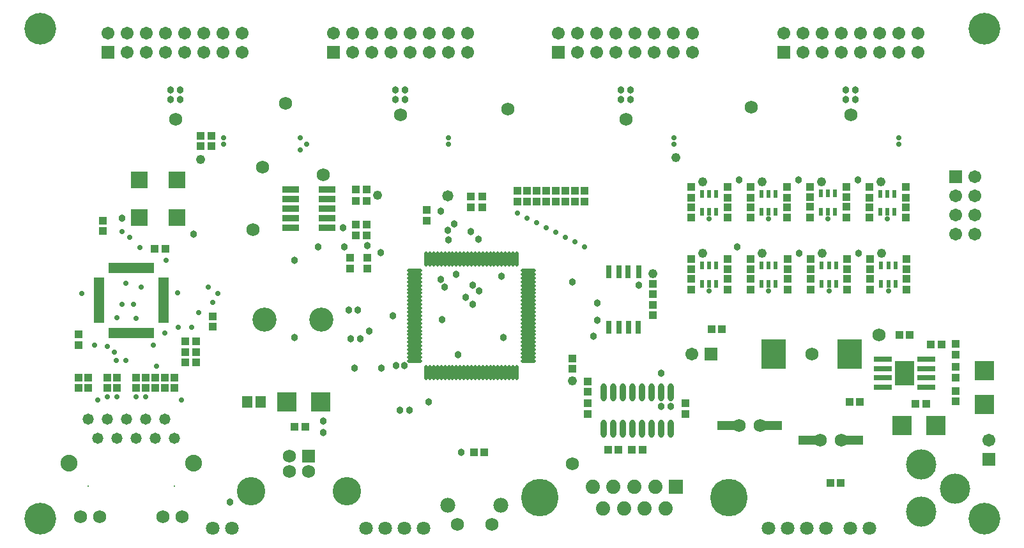
<source format=gts>
%FSAX43Y43*%
%MOMM*%
G71*
G01*
G75*
G04 Layer_Color=8388736*
%ADD10R,0.800X0.900*%
%ADD11R,0.900X0.800*%
%ADD12R,0.300X1.200*%
%ADD13R,1.200X0.300*%
%ADD14O,0.300X1.800*%
%ADD15O,1.800X0.300*%
%ADD16R,0.508X1.500*%
%ADD17R,2.200X2.200*%
%ADD18R,2.300X2.300*%
%ADD19R,1.200X1.400*%
%ADD20R,3.048X3.683*%
%ADD21R,2.540X1.016*%
%ADD22O,0.600X2.200*%
%ADD23R,2.032X0.635*%
%ADD24R,0.350X0.800*%
%ADD25R,2.300X2.300*%
%ADD26R,2.200X0.450*%
%ADD27R,2.400X3.100*%
%ADD28C,0.254*%
%ADD29C,0.381*%
%ADD30C,0.635*%
%ADD31C,0.508*%
%ADD32C,0.330*%
%ADD33C,0.762*%
%ADD34R,9.779X2.159*%
%ADD35R,3.048X6.858*%
%ADD36R,0.762X0.635*%
%ADD37R,1.778X2.794*%
%ADD38R,1.397X1.778*%
%ADD39R,1.016X2.286*%
%ADD40R,1.778X2.819*%
%ADD41R,32.258X2.032*%
%ADD42R,0.889X2.286*%
%ADD43R,2.540X8.636*%
%ADD44R,7.620X4.191*%
%ADD45R,3.048X10.414*%
%ADD46R,6.350X3.048*%
%ADD47R,2.286X7.112*%
%ADD48R,3.302X3.048*%
%ADD49R,7.366X1.016*%
%ADD50R,3.429X4.445*%
%ADD51R,4.191X2.032*%
%ADD52R,2.159X11.049*%
%ADD53R,3.556X3.556*%
%ADD54R,2.286X2.286*%
%ADD55R,2.413X2.286*%
%ADD56R,1.270X1.270*%
%ADD57R,2.159X2.159*%
%ADD58C,0.508*%
%ADD59C,0.762*%
%ADD60C,4.000*%
%ADD61R,1.500X1.500*%
%ADD62C,1.500*%
%ADD63C,1.524*%
%ADD64C,1.778*%
%ADD65C,1.270*%
%ADD66C,2.032*%
%ADD67R,1.524X1.524*%
%ADD68C,3.556*%
%ADD69C,1.600*%
%ADD70C,1.690*%
%ADD71R,1.690X1.690*%
%ADD72C,4.760*%
%ADD73C,3.810*%
%ADD74C,3.000*%
%ADD75R,1.500X1.500*%
%ADD76C,1.016*%
%ADD77R,1.600X0.400*%
%ADD78R,2.794X2.540*%
%ADD79R,1.000X1.800*%
%ADD80R,1.000X1.300*%
%ADD81R,9.525X2.159*%
%ADD82R,3.683X3.937*%
%ADD83R,2.286X2.540*%
%ADD84R,2.286X2.159*%
%ADD85C,0.250*%
%ADD86C,0.127*%
%ADD87C,0.200*%
%ADD88C,0.600*%
%ADD89C,0.100*%
%ADD90C,0.150*%
%ADD91R,1.003X1.103*%
%ADD92R,1.103X1.003*%
%ADD93R,0.503X1.403*%
%ADD94R,1.403X0.503*%
%ADD95O,0.503X2.003*%
%ADD96O,2.003X0.503*%
%ADD97R,0.711X1.703*%
%ADD98R,2.503X2.503*%
%ADD99R,1.403X1.603*%
%ADD100R,3.251X3.886*%
%ADD101R,2.743X1.219*%
%ADD102O,0.803X2.403*%
%ADD103R,2.235X0.838*%
%ADD104R,0.553X1.003*%
%ADD105R,2.503X2.503*%
%ADD106R,2.403X0.653*%
%ADD107R,2.603X3.303*%
%ADD108C,0.711*%
%ADD109C,0.965*%
%ADD110C,4.203*%
%ADD111R,1.703X1.703*%
%ADD112C,1.703*%
%ADD113C,1.727*%
%ADD114C,1.981*%
%ADD115C,1.473*%
%ADD116C,2.235*%
%ADD117C,0.203*%
%ADD118R,1.727X1.727*%
%ADD119C,3.759*%
%ADD120C,1.803*%
%ADD121C,1.893*%
%ADD122R,1.893X1.893*%
%ADD123C,4.963*%
%ADD124C,4.013*%
%ADD125C,3.203*%
%ADD126R,1.703X1.703*%
%ADD127C,1.219*%
G36*
X0052114Y0085173D02*
X0049914D01*
Y0087373D01*
X0052114D01*
Y0085173D01*
D02*
G37*
G36*
X0047114D02*
X0044914D01*
Y0087373D01*
X0047114D01*
Y0085173D01*
D02*
G37*
G36*
X0052114Y0090173D02*
X0049914D01*
Y0092373D01*
X0052114D01*
Y0090173D01*
D02*
G37*
G36*
X0047114D02*
X0044914D01*
Y0092373D01*
X0047114D01*
Y0090173D01*
D02*
G37*
D91*
X0053532Y0067056D02*
D03*
X0052132D02*
D03*
X0052132Y0068453D02*
D03*
X0053532D02*
D03*
X0052132Y0069850D02*
D03*
X0053532D02*
D03*
X0068010Y0058547D02*
D03*
X0066610D02*
D03*
X0148906Y0061595D02*
D03*
X0150306D02*
D03*
X0152338Y0069469D02*
D03*
X0150938D02*
D03*
X0146747Y0070739D02*
D03*
X0148147D02*
D03*
X0137603Y0051054D02*
D03*
X0139003D02*
D03*
X0140143Y0061849D02*
D03*
X0141543D02*
D03*
X0123255Y0071501D02*
D03*
X0121855D02*
D03*
X0108139Y0055499D02*
D03*
X0109539D02*
D03*
X0111314D02*
D03*
X0112714D02*
D03*
X0090359Y0055118D02*
D03*
X0091759D02*
D03*
X0076138Y0090043D02*
D03*
X0074738D02*
D03*
X0076138Y0088519D02*
D03*
X0074738D02*
D03*
X0076138Y0083947D02*
D03*
X0074738D02*
D03*
X0076138Y0085344D02*
D03*
X0074738D02*
D03*
X0048068Y0082169D02*
D03*
X0049468D02*
D03*
X0055564Y0097155D02*
D03*
X0054164D02*
D03*
X0055564Y0095758D02*
D03*
X0054164D02*
D03*
D92*
X0037973Y0069404D02*
D03*
Y0070804D02*
D03*
X0043053Y0065089D02*
D03*
Y0063689D02*
D03*
X0041783Y0065089D02*
D03*
Y0063689D02*
D03*
X0039243Y0063689D02*
D03*
Y0065089D02*
D03*
X0037973Y0063689D02*
D03*
Y0065089D02*
D03*
X0046863Y0065089D02*
D03*
Y0063689D02*
D03*
X0045593Y0065089D02*
D03*
Y0063689D02*
D03*
X0048133Y0065089D02*
D03*
Y0063689D02*
D03*
X0041148Y0085917D02*
D03*
Y0084517D02*
D03*
X0114046Y0074741D02*
D03*
Y0073341D02*
D03*
Y0077535D02*
D03*
Y0076135D02*
D03*
X0154178Y0063311D02*
D03*
Y0061911D02*
D03*
Y0066486D02*
D03*
Y0065086D02*
D03*
Y0069534D02*
D03*
Y0068134D02*
D03*
X0105410Y0061660D02*
D03*
Y0060260D02*
D03*
X0118364Y0060260D02*
D03*
Y0061660D02*
D03*
X0105410Y0064581D02*
D03*
Y0063181D02*
D03*
X0103378Y0067629D02*
D03*
Y0066229D02*
D03*
X0084074Y0087314D02*
D03*
Y0085914D02*
D03*
X0076200Y0080964D02*
D03*
Y0079564D02*
D03*
X0089916Y0087692D02*
D03*
Y0089092D02*
D03*
X0091440Y0087692D02*
D03*
Y0089092D02*
D03*
X0073914Y0079564D02*
D03*
Y0080964D02*
D03*
X0050673Y0063689D02*
D03*
Y0065089D02*
D03*
X0049403Y0065089D02*
D03*
Y0063689D02*
D03*
X0055753Y0073217D02*
D03*
Y0071817D02*
D03*
X0142748Y0086295D02*
D03*
Y0087695D02*
D03*
X0147574Y0086295D02*
D03*
Y0087695D02*
D03*
X0142748Y0088962D02*
D03*
Y0090362D02*
D03*
X0147574Y0088962D02*
D03*
Y0090362D02*
D03*
X0119126Y0076770D02*
D03*
Y0078170D02*
D03*
Y0079437D02*
D03*
Y0080837D02*
D03*
X0123952Y0079437D02*
D03*
Y0080837D02*
D03*
Y0076770D02*
D03*
Y0078170D02*
D03*
X0134874Y0086320D02*
D03*
Y0087720D02*
D03*
X0139700Y0086320D02*
D03*
Y0087720D02*
D03*
X0134874Y0088987D02*
D03*
Y0090387D02*
D03*
X0139700Y0088987D02*
D03*
Y0090387D02*
D03*
X0127000Y0076770D02*
D03*
Y0078170D02*
D03*
X0131953Y0076770D02*
D03*
Y0078170D02*
D03*
X0127000Y0079437D02*
D03*
Y0080837D02*
D03*
X0131953Y0079437D02*
D03*
Y0080837D02*
D03*
X0131826Y0086295D02*
D03*
Y0087695D02*
D03*
X0127000Y0088962D02*
D03*
Y0090362D02*
D03*
X0131826Y0088962D02*
D03*
Y0090362D02*
D03*
X0127000Y0086295D02*
D03*
Y0087695D02*
D03*
X0119126Y0086295D02*
D03*
Y0087695D02*
D03*
X0123952Y0088962D02*
D03*
Y0090362D02*
D03*
X0119126Y0088962D02*
D03*
Y0090362D02*
D03*
X0123952Y0086295D02*
D03*
Y0087695D02*
D03*
X0135001Y0076770D02*
D03*
Y0078170D02*
D03*
X0139827Y0076770D02*
D03*
Y0078170D02*
D03*
X0135001Y0079437D02*
D03*
Y0080837D02*
D03*
X0139827Y0079437D02*
D03*
Y0080837D02*
D03*
X0142875Y0079437D02*
D03*
Y0080837D02*
D03*
Y0076770D02*
D03*
Y0078170D02*
D03*
X0147701Y0076770D02*
D03*
Y0078170D02*
D03*
Y0079437D02*
D03*
Y0080837D02*
D03*
X0097409Y0088454D02*
D03*
Y0089854D02*
D03*
X0096139Y0088454D02*
D03*
Y0089854D02*
D03*
X0098679Y0088454D02*
D03*
Y0089854D02*
D03*
X0099949Y0088454D02*
D03*
Y0089854D02*
D03*
X0105029Y0088454D02*
D03*
Y0089854D02*
D03*
X0102489Y0088454D02*
D03*
Y0089854D02*
D03*
X0101219Y0088454D02*
D03*
Y0089854D02*
D03*
X0103759Y0088454D02*
D03*
Y0089854D02*
D03*
D93*
X0042208Y0079611D02*
D03*
X0042708D02*
D03*
X0043208D02*
D03*
X0043708D02*
D03*
X0044208Y0079611D02*
D03*
X0044708D02*
D03*
X0045208D02*
D03*
X0045708D02*
D03*
X0046208D02*
D03*
X0046708D02*
D03*
X0047208D02*
D03*
X0047708D02*
D03*
X0047708Y0071011D02*
D03*
X0047208D02*
D03*
X0046708D02*
D03*
X0046208D02*
D03*
X0045708Y0071011D02*
D03*
X0045208D02*
D03*
X0044708D02*
D03*
X0044208D02*
D03*
X0043708D02*
D03*
X0043208D02*
D03*
X0042708D02*
D03*
X0042208D02*
D03*
D94*
X0049258Y0078061D02*
D03*
Y0077561D02*
D03*
Y0077061D02*
D03*
Y0076561D02*
D03*
Y0076061D02*
D03*
Y0075561D02*
D03*
Y0075061D02*
D03*
Y0074561D02*
D03*
Y0074061D02*
D03*
Y0073561D02*
D03*
Y0073061D02*
D03*
Y0072561D02*
D03*
X0040658D02*
D03*
Y0073061D02*
D03*
Y0073561D02*
D03*
Y0074061D02*
D03*
Y0074561D02*
D03*
Y0075061D02*
D03*
Y0075561D02*
D03*
Y0076061D02*
D03*
Y0076561D02*
D03*
Y0077061D02*
D03*
Y0077561D02*
D03*
Y0078061D02*
D03*
D95*
X0084043Y0080829D02*
D03*
X0084543D02*
D03*
X0085043D02*
D03*
X0085543D02*
D03*
X0086043D02*
D03*
X0086543D02*
D03*
X0087043D02*
D03*
X0087543D02*
D03*
X0088043D02*
D03*
X0088543D02*
D03*
X0089043D02*
D03*
X0089543D02*
D03*
X0090043D02*
D03*
X0090543D02*
D03*
X0091043D02*
D03*
X0091543D02*
D03*
X0092043D02*
D03*
X0092543D02*
D03*
X0093043D02*
D03*
X0093543D02*
D03*
X0094043D02*
D03*
X0094543D02*
D03*
X0095043D02*
D03*
X0095543D02*
D03*
X0096043D02*
D03*
Y0065729D02*
D03*
X0095543D02*
D03*
X0095043D02*
D03*
X0094543D02*
D03*
X0094043D02*
D03*
X0093543D02*
D03*
X0093043D02*
D03*
X0092543D02*
D03*
X0092043D02*
D03*
X0091543D02*
D03*
X0091043D02*
D03*
X0090543D02*
D03*
X0090043D02*
D03*
X0089543D02*
D03*
X0089043D02*
D03*
X0088543D02*
D03*
X0088043D02*
D03*
X0087543D02*
D03*
X0087043D02*
D03*
X0086543D02*
D03*
X0086043D02*
D03*
X0085543D02*
D03*
X0085043D02*
D03*
X0084543D02*
D03*
X0084043D02*
D03*
D96*
X0097593Y0079279D02*
D03*
Y0078779D02*
D03*
Y0078279D02*
D03*
Y0077779D02*
D03*
Y0077279D02*
D03*
Y0076779D02*
D03*
Y0076279D02*
D03*
Y0075779D02*
D03*
Y0075279D02*
D03*
Y0074779D02*
D03*
Y0074279D02*
D03*
Y0073779D02*
D03*
Y0073279D02*
D03*
Y0072779D02*
D03*
Y0072279D02*
D03*
Y0071779D02*
D03*
Y0071279D02*
D03*
Y0070779D02*
D03*
Y0070279D02*
D03*
Y0069779D02*
D03*
Y0069279D02*
D03*
Y0068779D02*
D03*
Y0068279D02*
D03*
Y0067779D02*
D03*
Y0067279D02*
D03*
X0082493D02*
D03*
Y0067779D02*
D03*
Y0068279D02*
D03*
Y0068779D02*
D03*
Y0069279D02*
D03*
Y0069779D02*
D03*
Y0070279D02*
D03*
Y0070779D02*
D03*
Y0071279D02*
D03*
Y0071779D02*
D03*
Y0072279D02*
D03*
Y0072779D02*
D03*
Y0073279D02*
D03*
Y0073779D02*
D03*
Y0074279D02*
D03*
Y0074779D02*
D03*
Y0075279D02*
D03*
Y0075779D02*
D03*
Y0076279D02*
D03*
Y0076779D02*
D03*
Y0077279D02*
D03*
Y0077779D02*
D03*
Y0078279D02*
D03*
Y0078779D02*
D03*
Y0079279D02*
D03*
D97*
X0108261Y0079088D02*
D03*
X0109561D02*
D03*
X0110811D02*
D03*
X0112211D02*
D03*
X0112161Y0071738D02*
D03*
X0110861D02*
D03*
X0109561D02*
D03*
X0108261D02*
D03*
D98*
X0065568Y0061849D02*
D03*
X0070068D02*
D03*
X0151602Y0058674D02*
D03*
X0147102D02*
D03*
D99*
X0060314Y0061849D02*
D03*
X0062114D02*
D03*
D100*
X0130111Y0068199D02*
D03*
X0140145D02*
D03*
D101*
X0123952Y0058674D02*
D03*
X0129794D02*
D03*
X0134747Y0056769D02*
D03*
X0140589D02*
D03*
D102*
X0107569Y0058306D02*
D03*
X0108839D02*
D03*
X0110109D02*
D03*
X0111379D02*
D03*
X0112649D02*
D03*
X0113919D02*
D03*
X0115189D02*
D03*
X0116459D02*
D03*
X0107569Y0063106D02*
D03*
X0108839D02*
D03*
X0110109D02*
D03*
X0111379D02*
D03*
X0112649D02*
D03*
X0113919D02*
D03*
X0115189D02*
D03*
X0116459D02*
D03*
D103*
X0066040Y0090043D02*
D03*
Y0088773D02*
D03*
Y0087503D02*
D03*
Y0086233D02*
D03*
Y0084963D02*
D03*
X0070866D02*
D03*
Y0086233D02*
D03*
Y0087503D02*
D03*
Y0088773D02*
D03*
Y0090043D02*
D03*
D104*
X0146101Y0087046D02*
D03*
X0145161Y0089459D02*
D03*
X0146101D02*
D03*
X0145161Y0087046D02*
D03*
X0144221Y0089459D02*
D03*
Y0087046D02*
D03*
X0122479Y0077521D02*
D03*
X0121539Y0079934D02*
D03*
X0122479D02*
D03*
X0121539Y0077521D02*
D03*
X0120599Y0079934D02*
D03*
Y0077521D02*
D03*
X0138227Y0087071D02*
D03*
X0137287Y0089484D02*
D03*
X0138227D02*
D03*
X0137287Y0087071D02*
D03*
X0136347Y0089484D02*
D03*
Y0087071D02*
D03*
X0130353Y0077521D02*
D03*
X0129413Y0079934D02*
D03*
X0130353D02*
D03*
X0129413Y0077521D02*
D03*
X0128473Y0079934D02*
D03*
Y0077521D02*
D03*
X0130353Y0087046D02*
D03*
X0129413Y0089459D02*
D03*
X0130353D02*
D03*
X0129413Y0087046D02*
D03*
X0128473Y0089459D02*
D03*
Y0087046D02*
D03*
X0122479D02*
D03*
X0121539Y0089459D02*
D03*
X0122479D02*
D03*
X0121539Y0087046D02*
D03*
X0120599Y0089459D02*
D03*
Y0087046D02*
D03*
X0138354Y0077521D02*
D03*
X0137414Y0079934D02*
D03*
X0138354D02*
D03*
X0137414Y0077521D02*
D03*
X0136474Y0079934D02*
D03*
Y0077521D02*
D03*
X0146228D02*
D03*
X0145288Y0079934D02*
D03*
X0146228D02*
D03*
X0145288Y0077521D02*
D03*
X0144348Y0079934D02*
D03*
Y0077521D02*
D03*
D105*
X0157988Y0061504D02*
D03*
Y0066004D02*
D03*
D106*
X0150322Y0063784D02*
D03*
Y0066284D02*
D03*
Y0067534D02*
D03*
Y0065034D02*
D03*
X0144572D02*
D03*
Y0067534D02*
D03*
Y0066284D02*
D03*
Y0063784D02*
D03*
D107*
X0147447Y0065659D02*
D03*
D108*
X0040513Y0062103D02*
D03*
X0051562D02*
D03*
X0041783Y0062484D02*
D03*
X0043053D02*
D03*
X0045593D02*
D03*
X0046863D02*
D03*
X0044196Y0067310D02*
D03*
X0042926D02*
D03*
X0042674Y0068453D02*
D03*
X0041783Y0069215D02*
D03*
X0040070Y0069404D02*
D03*
X0047879Y0069342D02*
D03*
X0051181Y0071755D02*
D03*
X0052959D02*
D03*
X0049403Y0070993D02*
D03*
X0043053Y0073025D02*
D03*
X0043688Y0074803D02*
D03*
X0045593Y0072898D02*
D03*
X0048260Y0066548D02*
D03*
X0053848Y0073660D02*
D03*
X0055753Y0075058D02*
D03*
X0051054Y0076327D02*
D03*
X0049530Y0080645D02*
D03*
X0045212Y0074803D02*
D03*
X0044232Y0077561D02*
D03*
X0038354Y0076200D02*
D03*
X0046228Y0077089D02*
D03*
X0043688Y0084455D02*
D03*
X0044704Y0083693D02*
D03*
X0046101Y0082296D02*
D03*
X0056388Y0076200D02*
D03*
X0055118Y0077089D02*
D03*
X0057150Y0096012D02*
D03*
Y0096901D02*
D03*
X0086995D02*
D03*
Y0096012D02*
D03*
X0068199D02*
D03*
X0067310Y0095250D02*
D03*
Y0096901D02*
D03*
X0121539Y0086106D02*
D03*
Y0076581D02*
D03*
X0129413D02*
D03*
Y0086106D02*
D03*
X0137287Y0086131D02*
D03*
X0137414Y0076581D02*
D03*
X0145288D02*
D03*
X0145161Y0086106D02*
D03*
X0096139Y0086868D02*
D03*
X0097409Y0086233D02*
D03*
X0098679Y0085598D02*
D03*
X0099949Y0084963D02*
D03*
X0101219Y0084328D02*
D03*
X0102489Y0083693D02*
D03*
X0103759Y0083058D02*
D03*
X0105029Y0082423D02*
D03*
X0116840Y0096012D02*
D03*
Y0096901D02*
D03*
X0146685Y0096012D02*
D03*
Y0096901D02*
D03*
D109*
X0106680Y0072644D02*
D03*
X0112211Y0077343D02*
D03*
X0106242Y0070542D02*
D03*
X0106680Y0074930D02*
D03*
X0070358Y0059309D02*
D03*
Y0057785D02*
D03*
X0140945Y0101981D02*
D03*
X0139675D02*
D03*
X0140945Y0103251D02*
D03*
X0139675D02*
D03*
X0111100Y0101981D02*
D03*
X0109830D02*
D03*
X0111100Y0103251D02*
D03*
X0109830D02*
D03*
X0081255Y0101981D02*
D03*
X0079985D02*
D03*
X0081255Y0103251D02*
D03*
X0079985D02*
D03*
X0051410Y0101981D02*
D03*
X0050140D02*
D03*
X0051410Y0103251D02*
D03*
X0050140D02*
D03*
X0115189Y0061214D02*
D03*
X0116459D02*
D03*
X0080518Y0060706D02*
D03*
X0081788D02*
D03*
X0088726Y0055118D02*
D03*
X0058039Y0048514D02*
D03*
X0043688Y0086233D02*
D03*
X0053213Y0084074D02*
D03*
X0066548Y0070358D02*
D03*
X0076454Y0071248D02*
D03*
X0075311Y0070231D02*
D03*
X0074041D02*
D03*
X0079629Y0073302D02*
D03*
X0081153Y0066675D02*
D03*
X0080010Y0066675D02*
D03*
X0073787Y0074041D02*
D03*
X0074930D02*
D03*
X0073152Y0082423D02*
D03*
X0073025Y0084963D02*
D03*
X0076200Y0082550D02*
D03*
X0077978Y0081661D02*
D03*
X0085979Y0087122D02*
D03*
X0089916Y0084455D02*
D03*
X0086995Y0083312D02*
D03*
X0086868Y0084582D02*
D03*
X0087757Y0085471D02*
D03*
X0090932Y0083439D02*
D03*
X0091059Y0076581D02*
D03*
X0090170Y0077343D02*
D03*
X0086487Y0077089D02*
D03*
X0085979Y0078105D02*
D03*
X0088011Y0078740D02*
D03*
X0093980Y0078486D02*
D03*
X0086106Y0072771D02*
D03*
X0094234Y0070358D02*
D03*
X0089281Y0075692D02*
D03*
X0090170Y0074803D02*
D03*
X0115189Y0065674D02*
D03*
X0103378Y0077724D02*
D03*
X0066548Y0080645D02*
D03*
X0069723Y0082423D02*
D03*
X0074549Y0066294D02*
D03*
X0078105D02*
D03*
X0084328Y0061849D02*
D03*
X0125222Y0082423D02*
D03*
X0125476Y0091313D02*
D03*
X0133350D02*
D03*
X0141224D02*
D03*
X0133477Y0081534D02*
D03*
X0141351D02*
D03*
X0088265Y0068072D02*
D03*
D110*
X0032893Y0046355D02*
D03*
Y0111379D02*
D03*
X0157988D02*
D03*
Y0046355D02*
D03*
D111*
X0041885Y0108204D02*
D03*
X0101575D02*
D03*
X0131420D02*
D03*
X0071730D02*
D03*
X0121793Y0068199D02*
D03*
D112*
X0041885Y0110744D02*
D03*
X0044425Y0108204D02*
D03*
Y0110744D02*
D03*
X0046965Y0108204D02*
D03*
Y0110744D02*
D03*
X0049505Y0108204D02*
D03*
Y0110744D02*
D03*
X0052045Y0108204D02*
D03*
Y0110744D02*
D03*
X0054585Y0108204D02*
D03*
Y0110744D02*
D03*
X0057125Y0108204D02*
D03*
Y0110744D02*
D03*
X0059665Y0108204D02*
D03*
Y0110744D02*
D03*
X0101575D02*
D03*
X0104115Y0108204D02*
D03*
Y0110744D02*
D03*
X0106655Y0108204D02*
D03*
Y0110744D02*
D03*
X0109195Y0108204D02*
D03*
Y0110744D02*
D03*
X0111735Y0108204D02*
D03*
Y0110744D02*
D03*
X0114275Y0108204D02*
D03*
Y0110744D02*
D03*
X0116815Y0108204D02*
D03*
Y0110744D02*
D03*
X0119355Y0108204D02*
D03*
Y0110744D02*
D03*
X0131420D02*
D03*
X0133960Y0108204D02*
D03*
Y0110744D02*
D03*
X0136500Y0108204D02*
D03*
Y0110744D02*
D03*
X0139040Y0108204D02*
D03*
Y0110744D02*
D03*
X0141580Y0108204D02*
D03*
Y0110744D02*
D03*
X0144120Y0108204D02*
D03*
Y0110744D02*
D03*
X0146660Y0108204D02*
D03*
Y0110744D02*
D03*
X0149200Y0108204D02*
D03*
Y0110744D02*
D03*
X0071730D02*
D03*
X0074270Y0108204D02*
D03*
Y0110744D02*
D03*
X0076810Y0108204D02*
D03*
Y0110744D02*
D03*
X0079350Y0108204D02*
D03*
Y0110744D02*
D03*
X0081890Y0108204D02*
D03*
Y0110744D02*
D03*
X0084430Y0108204D02*
D03*
Y0110744D02*
D03*
X0086970Y0108204D02*
D03*
Y0110744D02*
D03*
X0089510Y0108204D02*
D03*
Y0110744D02*
D03*
X0156718Y0091719D02*
D03*
X0154178Y0089179D02*
D03*
X0156718D02*
D03*
X0154178Y0086639D02*
D03*
X0156718D02*
D03*
X0154178Y0084099D02*
D03*
X0156718D02*
D03*
X0158623Y0056769D02*
D03*
X0119253Y0068199D02*
D03*
D113*
X0088201Y0045593D02*
D03*
X0092773D02*
D03*
X0049149Y0046609D02*
D03*
X0051689D02*
D03*
X0040767D02*
D03*
X0038227D02*
D03*
X0068453Y0052641D02*
D03*
X0065913D02*
D03*
Y0054674D02*
D03*
X0128270Y0058674D02*
D03*
X0125476D02*
D03*
X0139065Y0056769D02*
D03*
X0136271D02*
D03*
X0103378Y0053594D02*
D03*
X0080645Y0099949D02*
D03*
X0050800Y0099314D02*
D03*
X0110490D02*
D03*
X0140335Y0099949D02*
D03*
X0144018Y0070739D02*
D03*
X0135128Y0068199D02*
D03*
X0062357Y0092964D02*
D03*
X0070358Y0091948D02*
D03*
X0061087Y0084709D02*
D03*
X0094869Y0100711D02*
D03*
X0065405Y0101473D02*
D03*
X0127127Y0100965D02*
D03*
D114*
X0086932Y0048133D02*
D03*
X0093916D02*
D03*
X0147447Y0065659D02*
D03*
D115*
X0039243Y0059563D02*
D03*
X0040513Y0057023D02*
D03*
X0041783Y0059563D02*
D03*
X0043053Y0057023D02*
D03*
X0044323Y0059563D02*
D03*
X0046863D02*
D03*
X0049403D02*
D03*
X0045593Y0057023D02*
D03*
X0048133D02*
D03*
X0050673D02*
D03*
X0086900Y0089154D02*
D03*
D116*
X0053213Y0053721D02*
D03*
X0036703D02*
D03*
D117*
X0050673Y0050673D02*
D03*
X0039243D02*
D03*
D118*
X0068453Y0054674D02*
D03*
D119*
X0073533Y0049974D02*
D03*
X0060833D02*
D03*
D120*
X0058293Y0045085D02*
D03*
X0055753D02*
D03*
X0083693D02*
D03*
X0081153D02*
D03*
X0078613D02*
D03*
X0076073D02*
D03*
X0131953D02*
D03*
X0129413D02*
D03*
X0137033D02*
D03*
X0134493D02*
D03*
X0142748D02*
D03*
X0140208D02*
D03*
D121*
X0106093Y0050544D02*
D03*
X0107478Y0047704D02*
D03*
X0108863Y0050544D02*
D03*
X0110248Y0047704D02*
D03*
X0111633Y0050544D02*
D03*
X0113018Y0047704D02*
D03*
X0114403Y0050544D02*
D03*
X0115788Y0047704D02*
D03*
D122*
X0117173Y0050544D02*
D03*
D123*
X0124128Y0049124D02*
D03*
X0099138D02*
D03*
D124*
X0149669Y0047307D02*
D03*
X0154115Y0050355D02*
D03*
X0149669Y0053530D02*
D03*
D125*
X0062624Y0072771D02*
D03*
X0070124D02*
D03*
D126*
X0154178Y0091719D02*
D03*
X0158623Y0054229D02*
D03*
D127*
X0103378Y0064643D02*
D03*
X0077597Y0089281D02*
D03*
X0086900Y0089154D02*
D03*
X0054102Y0093980D02*
D03*
X0144272Y0091059D02*
D03*
X0120650Y0081534D02*
D03*
X0136398Y0091084D02*
D03*
X0128524Y0081534D02*
D03*
Y0091059D02*
D03*
X0120650D02*
D03*
X0136525Y0081534D02*
D03*
X0144399D02*
D03*
X0114046Y0078867D02*
D03*
X0117094Y0094234D02*
D03*
M02*

</source>
